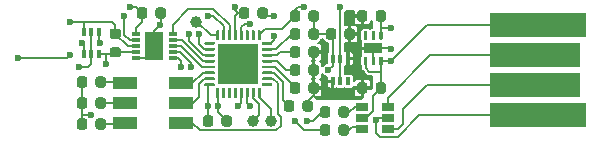
<source format=gbr>
G04 #@! TF.GenerationSoftware,KiCad,Pcbnew,5.1.6-c6e7f7d~86~ubuntu20.04.1*
G04 #@! TF.CreationDate,2020-07-10T15:34:55+05:00*
G04 #@! TF.ProjectId,Main,4d61696e-2e6b-4696-9361-645f70636258,rev?*
G04 #@! TF.SameCoordinates,Original*
G04 #@! TF.FileFunction,Copper,L1,Top*
G04 #@! TF.FilePolarity,Positive*
%FSLAX46Y46*%
G04 Gerber Fmt 4.6, Leading zero omitted, Abs format (unit mm)*
G04 Created by KiCad (PCBNEW 5.1.6-c6e7f7d~86~ubuntu20.04.1) date 2020-07-10 15:34:55*
%MOMM*%
%LPD*%
G01*
G04 APERTURE LIST*
G04 #@! TA.AperFunction,SMDPad,CuDef*
%ADD10R,1.550000X2.480000*%
G04 #@! TD*
G04 #@! TA.AperFunction,SMDPad,CuDef*
%ADD11R,0.650000X0.300000*%
G04 #@! TD*
G04 #@! TA.AperFunction,SMDPad,CuDef*
%ADD12R,1.500000X0.900000*%
G04 #@! TD*
G04 #@! TA.AperFunction,SMDPad,CuDef*
%ADD13R,3.450000X3.450000*%
G04 #@! TD*
G04 #@! TA.AperFunction,SMDPad,CuDef*
%ADD14R,1.060000X0.650000*%
G04 #@! TD*
G04 #@! TA.AperFunction,SMDPad,CuDef*
%ADD15C,1.000000*%
G04 #@! TD*
G04 #@! TA.AperFunction,SMDPad,CuDef*
%ADD16R,7.600000X2.000000*%
G04 #@! TD*
G04 #@! TA.AperFunction,SMDPad,CuDef*
%ADD17R,8.200000X2.000000*%
G04 #@! TD*
G04 #@! TA.AperFunction,SMDPad,CuDef*
%ADD18R,0.400000X0.650000*%
G04 #@! TD*
G04 #@! TA.AperFunction,SMDPad,CuDef*
%ADD19R,2.000000X1.100000*%
G04 #@! TD*
G04 #@! TA.AperFunction,ViaPad*
%ADD20C,0.600000*%
G04 #@! TD*
G04 #@! TA.AperFunction,Conductor*
%ADD21C,0.200000*%
G04 #@! TD*
G04 APERTURE END LIST*
G04 #@! TA.AperFunction,SMDPad,CuDef*
G36*
G01*
X167137500Y-96771750D02*
X167137500Y-97284250D01*
G75*
G02*
X166918750Y-97503000I-218750J0D01*
G01*
X166481250Y-97503000D01*
G75*
G02*
X166262500Y-97284250I0J218750D01*
G01*
X166262500Y-96771750D01*
G75*
G02*
X166481250Y-96553000I218750J0D01*
G01*
X166918750Y-96553000D01*
G75*
G02*
X167137500Y-96771750I0J-218750D01*
G01*
G37*
G04 #@! TD.AperFunction*
G04 #@! TA.AperFunction,SMDPad,CuDef*
G36*
G01*
X168712500Y-96771750D02*
X168712500Y-97284250D01*
G75*
G02*
X168493750Y-97503000I-218750J0D01*
G01*
X168056250Y-97503000D01*
G75*
G02*
X167837500Y-97284250I0J218750D01*
G01*
X167837500Y-96771750D01*
G75*
G02*
X168056250Y-96553000I218750J0D01*
G01*
X168493750Y-96553000D01*
G75*
G02*
X168712500Y-96771750I0J-218750D01*
G01*
G37*
G04 #@! TD.AperFunction*
D10*
X149098000Y-99568000D03*
D11*
X150648000Y-98568000D03*
X150648000Y-99068000D03*
X150648000Y-99568000D03*
X150648000Y-100068000D03*
X150648000Y-100568000D03*
X147548000Y-100568000D03*
X147548000Y-100068000D03*
X147548000Y-99568000D03*
X147548000Y-99068000D03*
X147548000Y-98568000D03*
G04 #@! TA.AperFunction,SMDPad,CuDef*
G36*
G01*
X161448000Y-99819750D02*
X161448000Y-100332250D01*
G75*
G02*
X161229250Y-100551000I-218750J0D01*
G01*
X160791750Y-100551000D01*
G75*
G02*
X160573000Y-100332250I0J218750D01*
G01*
X160573000Y-99819750D01*
G75*
G02*
X160791750Y-99601000I218750J0D01*
G01*
X161229250Y-99601000D01*
G75*
G02*
X161448000Y-99819750I0J-218750D01*
G01*
G37*
G04 #@! TD.AperFunction*
G04 #@! TA.AperFunction,SMDPad,CuDef*
G36*
G01*
X163023000Y-99819750D02*
X163023000Y-100332250D01*
G75*
G02*
X162804250Y-100551000I-218750J0D01*
G01*
X162366750Y-100551000D01*
G75*
G02*
X162148000Y-100332250I0J218750D01*
G01*
X162148000Y-99819750D01*
G75*
G02*
X162366750Y-99601000I218750J0D01*
G01*
X162804250Y-99601000D01*
G75*
G02*
X163023000Y-99819750I0J-218750D01*
G01*
G37*
G04 #@! TD.AperFunction*
G04 #@! TA.AperFunction,SMDPad,CuDef*
G36*
G01*
X161448000Y-101343750D02*
X161448000Y-101856250D01*
G75*
G02*
X161229250Y-102075000I-218750J0D01*
G01*
X160791750Y-102075000D01*
G75*
G02*
X160573000Y-101856250I0J218750D01*
G01*
X160573000Y-101343750D01*
G75*
G02*
X160791750Y-101125000I218750J0D01*
G01*
X161229250Y-101125000D01*
G75*
G02*
X161448000Y-101343750I0J-218750D01*
G01*
G37*
G04 #@! TD.AperFunction*
G04 #@! TA.AperFunction,SMDPad,CuDef*
G36*
G01*
X163023000Y-101343750D02*
X163023000Y-101856250D01*
G75*
G02*
X162804250Y-102075000I-218750J0D01*
G01*
X162366750Y-102075000D01*
G75*
G02*
X162148000Y-101856250I0J218750D01*
G01*
X162148000Y-101343750D01*
G75*
G02*
X162366750Y-101125000I218750J0D01*
G01*
X162804250Y-101125000D01*
G75*
G02*
X163023000Y-101343750I0J-218750D01*
G01*
G37*
G04 #@! TD.AperFunction*
G04 #@! TA.AperFunction,SMDPad,CuDef*
G36*
G01*
X161448000Y-102867750D02*
X161448000Y-103380250D01*
G75*
G02*
X161229250Y-103599000I-218750J0D01*
G01*
X160791750Y-103599000D01*
G75*
G02*
X160573000Y-103380250I0J218750D01*
G01*
X160573000Y-102867750D01*
G75*
G02*
X160791750Y-102649000I218750J0D01*
G01*
X161229250Y-102649000D01*
G75*
G02*
X161448000Y-102867750I0J-218750D01*
G01*
G37*
G04 #@! TD.AperFunction*
G04 #@! TA.AperFunction,SMDPad,CuDef*
G36*
G01*
X163023000Y-102867750D02*
X163023000Y-103380250D01*
G75*
G02*
X162804250Y-103599000I-218750J0D01*
G01*
X162366750Y-103599000D01*
G75*
G02*
X162148000Y-103380250I0J218750D01*
G01*
X162148000Y-102867750D01*
G75*
G02*
X162366750Y-102649000I218750J0D01*
G01*
X162804250Y-102649000D01*
G75*
G02*
X163023000Y-102867750I0J-218750D01*
G01*
G37*
G04 #@! TD.AperFunction*
G04 #@! TA.AperFunction,SMDPad,CuDef*
G36*
G01*
X160940000Y-104391750D02*
X160940000Y-104904250D01*
G75*
G02*
X160721250Y-105123000I-218750J0D01*
G01*
X160283750Y-105123000D01*
G75*
G02*
X160065000Y-104904250I0J218750D01*
G01*
X160065000Y-104391750D01*
G75*
G02*
X160283750Y-104173000I218750J0D01*
G01*
X160721250Y-104173000D01*
G75*
G02*
X160940000Y-104391750I0J-218750D01*
G01*
G37*
G04 #@! TD.AperFunction*
G04 #@! TA.AperFunction,SMDPad,CuDef*
G36*
G01*
X162515000Y-104391750D02*
X162515000Y-104904250D01*
G75*
G02*
X162296250Y-105123000I-218750J0D01*
G01*
X161858750Y-105123000D01*
G75*
G02*
X161640000Y-104904250I0J218750D01*
G01*
X161640000Y-104391750D01*
G75*
G02*
X161858750Y-104173000I218750J0D01*
G01*
X162296250Y-104173000D01*
G75*
G02*
X162515000Y-104391750I0J-218750D01*
G01*
G37*
G04 #@! TD.AperFunction*
G04 #@! TA.AperFunction,SMDPad,CuDef*
G36*
G01*
X167065000Y-101213000D02*
X166915000Y-101213000D01*
G75*
G02*
X166840000Y-101138000I0J75000D01*
G01*
X166840000Y-100538000D01*
G75*
G02*
X166915000Y-100463000I75000J0D01*
G01*
X167065000Y-100463000D01*
G75*
G02*
X167140000Y-100538000I0J-75000D01*
G01*
X167140000Y-101138000D01*
G75*
G02*
X167065000Y-101213000I-75000J0D01*
G01*
G37*
G04 #@! TD.AperFunction*
D12*
X167640000Y-99758500D03*
G04 #@! TA.AperFunction,SMDPad,CuDef*
G36*
G01*
X168365000Y-99054000D02*
X168215000Y-99054000D01*
G75*
G02*
X168140000Y-98979000I0J75000D01*
G01*
X168140000Y-98379000D01*
G75*
G02*
X168215000Y-98304000I75000J0D01*
G01*
X168365000Y-98304000D01*
G75*
G02*
X168440000Y-98379000I0J-75000D01*
G01*
X168440000Y-98979000D01*
G75*
G02*
X168365000Y-99054000I-75000J0D01*
G01*
G37*
G04 #@! TD.AperFunction*
G04 #@! TA.AperFunction,SMDPad,CuDef*
G36*
G01*
X167715000Y-101213000D02*
X167565000Y-101213000D01*
G75*
G02*
X167490000Y-101138000I0J75000D01*
G01*
X167490000Y-100538000D01*
G75*
G02*
X167565000Y-100463000I75000J0D01*
G01*
X167715000Y-100463000D01*
G75*
G02*
X167790000Y-100538000I0J-75000D01*
G01*
X167790000Y-101138000D01*
G75*
G02*
X167715000Y-101213000I-75000J0D01*
G01*
G37*
G04 #@! TD.AperFunction*
G04 #@! TA.AperFunction,SMDPad,CuDef*
G36*
G01*
X167065000Y-99054000D02*
X166915000Y-99054000D01*
G75*
G02*
X166840000Y-98979000I0J75000D01*
G01*
X166840000Y-98379000D01*
G75*
G02*
X166915000Y-98304000I75000J0D01*
G01*
X167065000Y-98304000D01*
G75*
G02*
X167140000Y-98379000I0J-75000D01*
G01*
X167140000Y-98979000D01*
G75*
G02*
X167065000Y-99054000I-75000J0D01*
G01*
G37*
G04 #@! TD.AperFunction*
G04 #@! TA.AperFunction,SMDPad,CuDef*
G36*
G01*
X167715000Y-99054000D02*
X167565000Y-99054000D01*
G75*
G02*
X167490000Y-98979000I0J75000D01*
G01*
X167490000Y-98379000D01*
G75*
G02*
X167565000Y-98304000I75000J0D01*
G01*
X167715000Y-98304000D01*
G75*
G02*
X167790000Y-98379000I0J-75000D01*
G01*
X167790000Y-98979000D01*
G75*
G02*
X167715000Y-99054000I-75000J0D01*
G01*
G37*
G04 #@! TD.AperFunction*
G04 #@! TA.AperFunction,SMDPad,CuDef*
G36*
G01*
X168365000Y-101213000D02*
X168215000Y-101213000D01*
G75*
G02*
X168140000Y-101138000I0J75000D01*
G01*
X168140000Y-100538000D01*
G75*
G02*
X168215000Y-100463000I75000J0D01*
G01*
X168365000Y-100463000D01*
G75*
G02*
X168440000Y-100538000I0J-75000D01*
G01*
X168440000Y-101138000D01*
G75*
G02*
X168365000Y-101213000I-75000J0D01*
G01*
G37*
G04 #@! TD.AperFunction*
D13*
X156210000Y-101092000D03*
G04 #@! TA.AperFunction,SMDPad,CuDef*
G36*
G01*
X158272500Y-99217000D02*
X159022500Y-99217000D01*
G75*
G02*
X159085000Y-99279500I0J-62500D01*
G01*
X159085000Y-99404500D01*
G75*
G02*
X159022500Y-99467000I-62500J0D01*
G01*
X158272500Y-99467000D01*
G75*
G02*
X158210000Y-99404500I0J62500D01*
G01*
X158210000Y-99279500D01*
G75*
G02*
X158272500Y-99217000I62500J0D01*
G01*
G37*
G04 #@! TD.AperFunction*
G04 #@! TA.AperFunction,SMDPad,CuDef*
G36*
G01*
X158272500Y-99717000D02*
X159022500Y-99717000D01*
G75*
G02*
X159085000Y-99779500I0J-62500D01*
G01*
X159085000Y-99904500D01*
G75*
G02*
X159022500Y-99967000I-62500J0D01*
G01*
X158272500Y-99967000D01*
G75*
G02*
X158210000Y-99904500I0J62500D01*
G01*
X158210000Y-99779500D01*
G75*
G02*
X158272500Y-99717000I62500J0D01*
G01*
G37*
G04 #@! TD.AperFunction*
G04 #@! TA.AperFunction,SMDPad,CuDef*
G36*
G01*
X158272500Y-100217000D02*
X159022500Y-100217000D01*
G75*
G02*
X159085000Y-100279500I0J-62500D01*
G01*
X159085000Y-100404500D01*
G75*
G02*
X159022500Y-100467000I-62500J0D01*
G01*
X158272500Y-100467000D01*
G75*
G02*
X158210000Y-100404500I0J62500D01*
G01*
X158210000Y-100279500D01*
G75*
G02*
X158272500Y-100217000I62500J0D01*
G01*
G37*
G04 #@! TD.AperFunction*
G04 #@! TA.AperFunction,SMDPad,CuDef*
G36*
G01*
X158272500Y-100717000D02*
X159022500Y-100717000D01*
G75*
G02*
X159085000Y-100779500I0J-62500D01*
G01*
X159085000Y-100904500D01*
G75*
G02*
X159022500Y-100967000I-62500J0D01*
G01*
X158272500Y-100967000D01*
G75*
G02*
X158210000Y-100904500I0J62500D01*
G01*
X158210000Y-100779500D01*
G75*
G02*
X158272500Y-100717000I62500J0D01*
G01*
G37*
G04 #@! TD.AperFunction*
G04 #@! TA.AperFunction,SMDPad,CuDef*
G36*
G01*
X158272500Y-101217000D02*
X159022500Y-101217000D01*
G75*
G02*
X159085000Y-101279500I0J-62500D01*
G01*
X159085000Y-101404500D01*
G75*
G02*
X159022500Y-101467000I-62500J0D01*
G01*
X158272500Y-101467000D01*
G75*
G02*
X158210000Y-101404500I0J62500D01*
G01*
X158210000Y-101279500D01*
G75*
G02*
X158272500Y-101217000I62500J0D01*
G01*
G37*
G04 #@! TD.AperFunction*
G04 #@! TA.AperFunction,SMDPad,CuDef*
G36*
G01*
X158272500Y-101717000D02*
X159022500Y-101717000D01*
G75*
G02*
X159085000Y-101779500I0J-62500D01*
G01*
X159085000Y-101904500D01*
G75*
G02*
X159022500Y-101967000I-62500J0D01*
G01*
X158272500Y-101967000D01*
G75*
G02*
X158210000Y-101904500I0J62500D01*
G01*
X158210000Y-101779500D01*
G75*
G02*
X158272500Y-101717000I62500J0D01*
G01*
G37*
G04 #@! TD.AperFunction*
G04 #@! TA.AperFunction,SMDPad,CuDef*
G36*
G01*
X158272500Y-102217000D02*
X159022500Y-102217000D01*
G75*
G02*
X159085000Y-102279500I0J-62500D01*
G01*
X159085000Y-102404500D01*
G75*
G02*
X159022500Y-102467000I-62500J0D01*
G01*
X158272500Y-102467000D01*
G75*
G02*
X158210000Y-102404500I0J62500D01*
G01*
X158210000Y-102279500D01*
G75*
G02*
X158272500Y-102217000I62500J0D01*
G01*
G37*
G04 #@! TD.AperFunction*
G04 #@! TA.AperFunction,SMDPad,CuDef*
G36*
G01*
X158272500Y-102717000D02*
X159022500Y-102717000D01*
G75*
G02*
X159085000Y-102779500I0J-62500D01*
G01*
X159085000Y-102904500D01*
G75*
G02*
X159022500Y-102967000I-62500J0D01*
G01*
X158272500Y-102967000D01*
G75*
G02*
X158210000Y-102904500I0J62500D01*
G01*
X158210000Y-102779500D01*
G75*
G02*
X158272500Y-102717000I62500J0D01*
G01*
G37*
G04 #@! TD.AperFunction*
G04 #@! TA.AperFunction,SMDPad,CuDef*
G36*
G01*
X157897500Y-103092000D02*
X158022500Y-103092000D01*
G75*
G02*
X158085000Y-103154500I0J-62500D01*
G01*
X158085000Y-103904500D01*
G75*
G02*
X158022500Y-103967000I-62500J0D01*
G01*
X157897500Y-103967000D01*
G75*
G02*
X157835000Y-103904500I0J62500D01*
G01*
X157835000Y-103154500D01*
G75*
G02*
X157897500Y-103092000I62500J0D01*
G01*
G37*
G04 #@! TD.AperFunction*
G04 #@! TA.AperFunction,SMDPad,CuDef*
G36*
G01*
X157397500Y-103092000D02*
X157522500Y-103092000D01*
G75*
G02*
X157585000Y-103154500I0J-62500D01*
G01*
X157585000Y-103904500D01*
G75*
G02*
X157522500Y-103967000I-62500J0D01*
G01*
X157397500Y-103967000D01*
G75*
G02*
X157335000Y-103904500I0J62500D01*
G01*
X157335000Y-103154500D01*
G75*
G02*
X157397500Y-103092000I62500J0D01*
G01*
G37*
G04 #@! TD.AperFunction*
G04 #@! TA.AperFunction,SMDPad,CuDef*
G36*
G01*
X156897500Y-103092000D02*
X157022500Y-103092000D01*
G75*
G02*
X157085000Y-103154500I0J-62500D01*
G01*
X157085000Y-103904500D01*
G75*
G02*
X157022500Y-103967000I-62500J0D01*
G01*
X156897500Y-103967000D01*
G75*
G02*
X156835000Y-103904500I0J62500D01*
G01*
X156835000Y-103154500D01*
G75*
G02*
X156897500Y-103092000I62500J0D01*
G01*
G37*
G04 #@! TD.AperFunction*
G04 #@! TA.AperFunction,SMDPad,CuDef*
G36*
G01*
X156397500Y-103092000D02*
X156522500Y-103092000D01*
G75*
G02*
X156585000Y-103154500I0J-62500D01*
G01*
X156585000Y-103904500D01*
G75*
G02*
X156522500Y-103967000I-62500J0D01*
G01*
X156397500Y-103967000D01*
G75*
G02*
X156335000Y-103904500I0J62500D01*
G01*
X156335000Y-103154500D01*
G75*
G02*
X156397500Y-103092000I62500J0D01*
G01*
G37*
G04 #@! TD.AperFunction*
G04 #@! TA.AperFunction,SMDPad,CuDef*
G36*
G01*
X155897500Y-103092000D02*
X156022500Y-103092000D01*
G75*
G02*
X156085000Y-103154500I0J-62500D01*
G01*
X156085000Y-103904500D01*
G75*
G02*
X156022500Y-103967000I-62500J0D01*
G01*
X155897500Y-103967000D01*
G75*
G02*
X155835000Y-103904500I0J62500D01*
G01*
X155835000Y-103154500D01*
G75*
G02*
X155897500Y-103092000I62500J0D01*
G01*
G37*
G04 #@! TD.AperFunction*
G04 #@! TA.AperFunction,SMDPad,CuDef*
G36*
G01*
X155397500Y-103092000D02*
X155522500Y-103092000D01*
G75*
G02*
X155585000Y-103154500I0J-62500D01*
G01*
X155585000Y-103904500D01*
G75*
G02*
X155522500Y-103967000I-62500J0D01*
G01*
X155397500Y-103967000D01*
G75*
G02*
X155335000Y-103904500I0J62500D01*
G01*
X155335000Y-103154500D01*
G75*
G02*
X155397500Y-103092000I62500J0D01*
G01*
G37*
G04 #@! TD.AperFunction*
G04 #@! TA.AperFunction,SMDPad,CuDef*
G36*
G01*
X154897500Y-103092000D02*
X155022500Y-103092000D01*
G75*
G02*
X155085000Y-103154500I0J-62500D01*
G01*
X155085000Y-103904500D01*
G75*
G02*
X155022500Y-103967000I-62500J0D01*
G01*
X154897500Y-103967000D01*
G75*
G02*
X154835000Y-103904500I0J62500D01*
G01*
X154835000Y-103154500D01*
G75*
G02*
X154897500Y-103092000I62500J0D01*
G01*
G37*
G04 #@! TD.AperFunction*
G04 #@! TA.AperFunction,SMDPad,CuDef*
G36*
G01*
X154397500Y-103092000D02*
X154522500Y-103092000D01*
G75*
G02*
X154585000Y-103154500I0J-62500D01*
G01*
X154585000Y-103904500D01*
G75*
G02*
X154522500Y-103967000I-62500J0D01*
G01*
X154397500Y-103967000D01*
G75*
G02*
X154335000Y-103904500I0J62500D01*
G01*
X154335000Y-103154500D01*
G75*
G02*
X154397500Y-103092000I62500J0D01*
G01*
G37*
G04 #@! TD.AperFunction*
G04 #@! TA.AperFunction,SMDPad,CuDef*
G36*
G01*
X153397500Y-102717000D02*
X154147500Y-102717000D01*
G75*
G02*
X154210000Y-102779500I0J-62500D01*
G01*
X154210000Y-102904500D01*
G75*
G02*
X154147500Y-102967000I-62500J0D01*
G01*
X153397500Y-102967000D01*
G75*
G02*
X153335000Y-102904500I0J62500D01*
G01*
X153335000Y-102779500D01*
G75*
G02*
X153397500Y-102717000I62500J0D01*
G01*
G37*
G04 #@! TD.AperFunction*
G04 #@! TA.AperFunction,SMDPad,CuDef*
G36*
G01*
X153397500Y-102217000D02*
X154147500Y-102217000D01*
G75*
G02*
X154210000Y-102279500I0J-62500D01*
G01*
X154210000Y-102404500D01*
G75*
G02*
X154147500Y-102467000I-62500J0D01*
G01*
X153397500Y-102467000D01*
G75*
G02*
X153335000Y-102404500I0J62500D01*
G01*
X153335000Y-102279500D01*
G75*
G02*
X153397500Y-102217000I62500J0D01*
G01*
G37*
G04 #@! TD.AperFunction*
G04 #@! TA.AperFunction,SMDPad,CuDef*
G36*
G01*
X153397500Y-101717000D02*
X154147500Y-101717000D01*
G75*
G02*
X154210000Y-101779500I0J-62500D01*
G01*
X154210000Y-101904500D01*
G75*
G02*
X154147500Y-101967000I-62500J0D01*
G01*
X153397500Y-101967000D01*
G75*
G02*
X153335000Y-101904500I0J62500D01*
G01*
X153335000Y-101779500D01*
G75*
G02*
X153397500Y-101717000I62500J0D01*
G01*
G37*
G04 #@! TD.AperFunction*
G04 #@! TA.AperFunction,SMDPad,CuDef*
G36*
G01*
X153397500Y-101217000D02*
X154147500Y-101217000D01*
G75*
G02*
X154210000Y-101279500I0J-62500D01*
G01*
X154210000Y-101404500D01*
G75*
G02*
X154147500Y-101467000I-62500J0D01*
G01*
X153397500Y-101467000D01*
G75*
G02*
X153335000Y-101404500I0J62500D01*
G01*
X153335000Y-101279500D01*
G75*
G02*
X153397500Y-101217000I62500J0D01*
G01*
G37*
G04 #@! TD.AperFunction*
G04 #@! TA.AperFunction,SMDPad,CuDef*
G36*
G01*
X153397500Y-100717000D02*
X154147500Y-100717000D01*
G75*
G02*
X154210000Y-100779500I0J-62500D01*
G01*
X154210000Y-100904500D01*
G75*
G02*
X154147500Y-100967000I-62500J0D01*
G01*
X153397500Y-100967000D01*
G75*
G02*
X153335000Y-100904500I0J62500D01*
G01*
X153335000Y-100779500D01*
G75*
G02*
X153397500Y-100717000I62500J0D01*
G01*
G37*
G04 #@! TD.AperFunction*
G04 #@! TA.AperFunction,SMDPad,CuDef*
G36*
G01*
X153397500Y-100217000D02*
X154147500Y-100217000D01*
G75*
G02*
X154210000Y-100279500I0J-62500D01*
G01*
X154210000Y-100404500D01*
G75*
G02*
X154147500Y-100467000I-62500J0D01*
G01*
X153397500Y-100467000D01*
G75*
G02*
X153335000Y-100404500I0J62500D01*
G01*
X153335000Y-100279500D01*
G75*
G02*
X153397500Y-100217000I62500J0D01*
G01*
G37*
G04 #@! TD.AperFunction*
G04 #@! TA.AperFunction,SMDPad,CuDef*
G36*
G01*
X153397500Y-99717000D02*
X154147500Y-99717000D01*
G75*
G02*
X154210000Y-99779500I0J-62500D01*
G01*
X154210000Y-99904500D01*
G75*
G02*
X154147500Y-99967000I-62500J0D01*
G01*
X153397500Y-99967000D01*
G75*
G02*
X153335000Y-99904500I0J62500D01*
G01*
X153335000Y-99779500D01*
G75*
G02*
X153397500Y-99717000I62500J0D01*
G01*
G37*
G04 #@! TD.AperFunction*
G04 #@! TA.AperFunction,SMDPad,CuDef*
G36*
G01*
X153397500Y-99217000D02*
X154147500Y-99217000D01*
G75*
G02*
X154210000Y-99279500I0J-62500D01*
G01*
X154210000Y-99404500D01*
G75*
G02*
X154147500Y-99467000I-62500J0D01*
G01*
X153397500Y-99467000D01*
G75*
G02*
X153335000Y-99404500I0J62500D01*
G01*
X153335000Y-99279500D01*
G75*
G02*
X153397500Y-99217000I62500J0D01*
G01*
G37*
G04 #@! TD.AperFunction*
G04 #@! TA.AperFunction,SMDPad,CuDef*
G36*
G01*
X154397500Y-98217000D02*
X154522500Y-98217000D01*
G75*
G02*
X154585000Y-98279500I0J-62500D01*
G01*
X154585000Y-99029500D01*
G75*
G02*
X154522500Y-99092000I-62500J0D01*
G01*
X154397500Y-99092000D01*
G75*
G02*
X154335000Y-99029500I0J62500D01*
G01*
X154335000Y-98279500D01*
G75*
G02*
X154397500Y-98217000I62500J0D01*
G01*
G37*
G04 #@! TD.AperFunction*
G04 #@! TA.AperFunction,SMDPad,CuDef*
G36*
G01*
X154897500Y-98217000D02*
X155022500Y-98217000D01*
G75*
G02*
X155085000Y-98279500I0J-62500D01*
G01*
X155085000Y-99029500D01*
G75*
G02*
X155022500Y-99092000I-62500J0D01*
G01*
X154897500Y-99092000D01*
G75*
G02*
X154835000Y-99029500I0J62500D01*
G01*
X154835000Y-98279500D01*
G75*
G02*
X154897500Y-98217000I62500J0D01*
G01*
G37*
G04 #@! TD.AperFunction*
G04 #@! TA.AperFunction,SMDPad,CuDef*
G36*
G01*
X155397500Y-98217000D02*
X155522500Y-98217000D01*
G75*
G02*
X155585000Y-98279500I0J-62500D01*
G01*
X155585000Y-99029500D01*
G75*
G02*
X155522500Y-99092000I-62500J0D01*
G01*
X155397500Y-99092000D01*
G75*
G02*
X155335000Y-99029500I0J62500D01*
G01*
X155335000Y-98279500D01*
G75*
G02*
X155397500Y-98217000I62500J0D01*
G01*
G37*
G04 #@! TD.AperFunction*
G04 #@! TA.AperFunction,SMDPad,CuDef*
G36*
G01*
X155897500Y-98217000D02*
X156022500Y-98217000D01*
G75*
G02*
X156085000Y-98279500I0J-62500D01*
G01*
X156085000Y-99029500D01*
G75*
G02*
X156022500Y-99092000I-62500J0D01*
G01*
X155897500Y-99092000D01*
G75*
G02*
X155835000Y-99029500I0J62500D01*
G01*
X155835000Y-98279500D01*
G75*
G02*
X155897500Y-98217000I62500J0D01*
G01*
G37*
G04 #@! TD.AperFunction*
G04 #@! TA.AperFunction,SMDPad,CuDef*
G36*
G01*
X156397500Y-98217000D02*
X156522500Y-98217000D01*
G75*
G02*
X156585000Y-98279500I0J-62500D01*
G01*
X156585000Y-99029500D01*
G75*
G02*
X156522500Y-99092000I-62500J0D01*
G01*
X156397500Y-99092000D01*
G75*
G02*
X156335000Y-99029500I0J62500D01*
G01*
X156335000Y-98279500D01*
G75*
G02*
X156397500Y-98217000I62500J0D01*
G01*
G37*
G04 #@! TD.AperFunction*
G04 #@! TA.AperFunction,SMDPad,CuDef*
G36*
G01*
X156897500Y-98217000D02*
X157022500Y-98217000D01*
G75*
G02*
X157085000Y-98279500I0J-62500D01*
G01*
X157085000Y-99029500D01*
G75*
G02*
X157022500Y-99092000I-62500J0D01*
G01*
X156897500Y-99092000D01*
G75*
G02*
X156835000Y-99029500I0J62500D01*
G01*
X156835000Y-98279500D01*
G75*
G02*
X156897500Y-98217000I62500J0D01*
G01*
G37*
G04 #@! TD.AperFunction*
G04 #@! TA.AperFunction,SMDPad,CuDef*
G36*
G01*
X157397500Y-98217000D02*
X157522500Y-98217000D01*
G75*
G02*
X157585000Y-98279500I0J-62500D01*
G01*
X157585000Y-99029500D01*
G75*
G02*
X157522500Y-99092000I-62500J0D01*
G01*
X157397500Y-99092000D01*
G75*
G02*
X157335000Y-99029500I0J62500D01*
G01*
X157335000Y-98279500D01*
G75*
G02*
X157397500Y-98217000I62500J0D01*
G01*
G37*
G04 #@! TD.AperFunction*
G04 #@! TA.AperFunction,SMDPad,CuDef*
G36*
G01*
X157897500Y-98217000D02*
X158022500Y-98217000D01*
G75*
G02*
X158085000Y-98279500I0J-62500D01*
G01*
X158085000Y-99029500D01*
G75*
G02*
X158022500Y-99092000I-62500J0D01*
G01*
X157897500Y-99092000D01*
G75*
G02*
X157835000Y-99029500I0J62500D01*
G01*
X157835000Y-98279500D01*
G75*
G02*
X157897500Y-98217000I62500J0D01*
G01*
G37*
G04 #@! TD.AperFunction*
D14*
X166667000Y-105664000D03*
X166667000Y-106614000D03*
X166667000Y-104714000D03*
X168867000Y-104714000D03*
X168867000Y-105664000D03*
X168867000Y-106614000D03*
D15*
X159004000Y-105918000D03*
X157480000Y-105918000D03*
X152654000Y-97536000D03*
G04 #@! TA.AperFunction,SMDPad,CuDef*
G36*
G01*
X143414000Y-102359750D02*
X143414000Y-102872250D01*
G75*
G02*
X143195250Y-103091000I-218750J0D01*
G01*
X142757750Y-103091000D01*
G75*
G02*
X142539000Y-102872250I0J218750D01*
G01*
X142539000Y-102359750D01*
G75*
G02*
X142757750Y-102141000I218750J0D01*
G01*
X143195250Y-102141000D01*
G75*
G02*
X143414000Y-102359750I0J-218750D01*
G01*
G37*
G04 #@! TD.AperFunction*
G04 #@! TA.AperFunction,SMDPad,CuDef*
G36*
G01*
X144989000Y-102359750D02*
X144989000Y-102872250D01*
G75*
G02*
X144770250Y-103091000I-218750J0D01*
G01*
X144332750Y-103091000D01*
G75*
G02*
X144114000Y-102872250I0J218750D01*
G01*
X144114000Y-102359750D01*
G75*
G02*
X144332750Y-102141000I218750J0D01*
G01*
X144770250Y-102141000D01*
G75*
G02*
X144989000Y-102359750I0J-218750D01*
G01*
G37*
G04 #@! TD.AperFunction*
G04 #@! TA.AperFunction,SMDPad,CuDef*
G36*
G01*
X165196000Y-98808250D02*
X165196000Y-98295750D01*
G75*
G02*
X165414750Y-98077000I218750J0D01*
G01*
X165852250Y-98077000D01*
G75*
G02*
X166071000Y-98295750I0J-218750D01*
G01*
X166071000Y-98808250D01*
G75*
G02*
X165852250Y-99027000I-218750J0D01*
G01*
X165414750Y-99027000D01*
G75*
G02*
X165196000Y-98808250I0J218750D01*
G01*
G37*
G04 #@! TD.AperFunction*
G04 #@! TA.AperFunction,SMDPad,CuDef*
G36*
G01*
X163621000Y-98808250D02*
X163621000Y-98295750D01*
G75*
G02*
X163839750Y-98077000I218750J0D01*
G01*
X164277250Y-98077000D01*
G75*
G02*
X164496000Y-98295750I0J-218750D01*
G01*
X164496000Y-98808250D01*
G75*
G02*
X164277250Y-99027000I-218750J0D01*
G01*
X163839750Y-99027000D01*
G75*
G02*
X163621000Y-98808250I0J218750D01*
G01*
G37*
G04 #@! TD.AperFunction*
G04 #@! TA.AperFunction,SMDPad,CuDef*
G36*
G01*
X162148000Y-97284250D02*
X162148000Y-96771750D01*
G75*
G02*
X162366750Y-96553000I218750J0D01*
G01*
X162804250Y-96553000D01*
G75*
G02*
X163023000Y-96771750I0J-218750D01*
G01*
X163023000Y-97284250D01*
G75*
G02*
X162804250Y-97503000I-218750J0D01*
G01*
X162366750Y-97503000D01*
G75*
G02*
X162148000Y-97284250I0J218750D01*
G01*
G37*
G04 #@! TD.AperFunction*
G04 #@! TA.AperFunction,SMDPad,CuDef*
G36*
G01*
X160573000Y-97284250D02*
X160573000Y-96771750D01*
G75*
G02*
X160791750Y-96553000I218750J0D01*
G01*
X161229250Y-96553000D01*
G75*
G02*
X161448000Y-96771750I0J-218750D01*
G01*
X161448000Y-97284250D01*
G75*
G02*
X161229250Y-97503000I-218750J0D01*
G01*
X160791750Y-97503000D01*
G75*
G02*
X160573000Y-97284250I0J218750D01*
G01*
G37*
G04 #@! TD.AperFunction*
G04 #@! TA.AperFunction,SMDPad,CuDef*
G36*
G01*
X143414000Y-104137750D02*
X143414000Y-104650250D01*
G75*
G02*
X143195250Y-104869000I-218750J0D01*
G01*
X142757750Y-104869000D01*
G75*
G02*
X142539000Y-104650250I0J218750D01*
G01*
X142539000Y-104137750D01*
G75*
G02*
X142757750Y-103919000I218750J0D01*
G01*
X143195250Y-103919000D01*
G75*
G02*
X143414000Y-104137750I0J-218750D01*
G01*
G37*
G04 #@! TD.AperFunction*
G04 #@! TA.AperFunction,SMDPad,CuDef*
G36*
G01*
X144989000Y-104137750D02*
X144989000Y-104650250D01*
G75*
G02*
X144770250Y-104869000I-218750J0D01*
G01*
X144332750Y-104869000D01*
G75*
G02*
X144114000Y-104650250I0J218750D01*
G01*
X144114000Y-104137750D01*
G75*
G02*
X144332750Y-103919000I218750J0D01*
G01*
X144770250Y-103919000D01*
G75*
G02*
X144989000Y-104137750I0J-218750D01*
G01*
G37*
G04 #@! TD.AperFunction*
G04 #@! TA.AperFunction,SMDPad,CuDef*
G36*
G01*
X162148000Y-98808250D02*
X162148000Y-98295750D01*
G75*
G02*
X162366750Y-98077000I218750J0D01*
G01*
X162804250Y-98077000D01*
G75*
G02*
X163023000Y-98295750I0J-218750D01*
G01*
X163023000Y-98808250D01*
G75*
G02*
X162804250Y-99027000I-218750J0D01*
G01*
X162366750Y-99027000D01*
G75*
G02*
X162148000Y-98808250I0J218750D01*
G01*
G37*
G04 #@! TD.AperFunction*
G04 #@! TA.AperFunction,SMDPad,CuDef*
G36*
G01*
X160573000Y-98808250D02*
X160573000Y-98295750D01*
G75*
G02*
X160791750Y-98077000I218750J0D01*
G01*
X161229250Y-98077000D01*
G75*
G02*
X161448000Y-98295750I0J-218750D01*
G01*
X161448000Y-98808250D01*
G75*
G02*
X161229250Y-99027000I-218750J0D01*
G01*
X160791750Y-99027000D01*
G75*
G02*
X160573000Y-98808250I0J218750D01*
G01*
G37*
G04 #@! TD.AperFunction*
G04 #@! TA.AperFunction,SMDPad,CuDef*
G36*
G01*
X143414000Y-105915750D02*
X143414000Y-106428250D01*
G75*
G02*
X143195250Y-106647000I-218750J0D01*
G01*
X142757750Y-106647000D01*
G75*
G02*
X142539000Y-106428250I0J218750D01*
G01*
X142539000Y-105915750D01*
G75*
G02*
X142757750Y-105697000I218750J0D01*
G01*
X143195250Y-105697000D01*
G75*
G02*
X143414000Y-105915750I0J-218750D01*
G01*
G37*
G04 #@! TD.AperFunction*
G04 #@! TA.AperFunction,SMDPad,CuDef*
G36*
G01*
X144989000Y-105915750D02*
X144989000Y-106428250D01*
G75*
G02*
X144770250Y-106647000I-218750J0D01*
G01*
X144332750Y-106647000D01*
G75*
G02*
X144114000Y-106428250I0J218750D01*
G01*
X144114000Y-105915750D01*
G75*
G02*
X144332750Y-105697000I218750J0D01*
G01*
X144770250Y-105697000D01*
G75*
G02*
X144989000Y-105915750I0J-218750D01*
G01*
G37*
G04 #@! TD.AperFunction*
G04 #@! TA.AperFunction,SMDPad,CuDef*
G36*
G01*
X164688000Y-106936250D02*
X164688000Y-106423750D01*
G75*
G02*
X164906750Y-106205000I218750J0D01*
G01*
X165344250Y-106205000D01*
G75*
G02*
X165563000Y-106423750I0J-218750D01*
G01*
X165563000Y-106936250D01*
G75*
G02*
X165344250Y-107155000I-218750J0D01*
G01*
X164906750Y-107155000D01*
G75*
G02*
X164688000Y-106936250I0J218750D01*
G01*
G37*
G04 #@! TD.AperFunction*
G04 #@! TA.AperFunction,SMDPad,CuDef*
G36*
G01*
X163113000Y-106936250D02*
X163113000Y-106423750D01*
G75*
G02*
X163331750Y-106205000I218750J0D01*
G01*
X163769250Y-106205000D01*
G75*
G02*
X163988000Y-106423750I0J-218750D01*
G01*
X163988000Y-106936250D01*
G75*
G02*
X163769250Y-107155000I-218750J0D01*
G01*
X163331750Y-107155000D01*
G75*
G02*
X163113000Y-106936250I0J218750D01*
G01*
G37*
G04 #@! TD.AperFunction*
G04 #@! TA.AperFunction,SMDPad,CuDef*
G36*
G01*
X164688000Y-105412250D02*
X164688000Y-104899750D01*
G75*
G02*
X164906750Y-104681000I218750J0D01*
G01*
X165344250Y-104681000D01*
G75*
G02*
X165563000Y-104899750I0J-218750D01*
G01*
X165563000Y-105412250D01*
G75*
G02*
X165344250Y-105631000I-218750J0D01*
G01*
X164906750Y-105631000D01*
G75*
G02*
X164688000Y-105412250I0J218750D01*
G01*
G37*
G04 #@! TD.AperFunction*
G04 #@! TA.AperFunction,SMDPad,CuDef*
G36*
G01*
X163113000Y-105412250D02*
X163113000Y-104899750D01*
G75*
G02*
X163331750Y-104681000I218750J0D01*
G01*
X163769250Y-104681000D01*
G75*
G02*
X163988000Y-104899750I0J-218750D01*
G01*
X163988000Y-105412250D01*
G75*
G02*
X163769250Y-105631000I-218750J0D01*
G01*
X163331750Y-105631000D01*
G75*
G02*
X163113000Y-105412250I0J218750D01*
G01*
G37*
G04 #@! TD.AperFunction*
D16*
X181356000Y-100330000D03*
X181356000Y-102870000D03*
D17*
X181610000Y-97790000D03*
X181610000Y-105410000D03*
D18*
X164196000Y-100650000D03*
X165496000Y-100650000D03*
X164846000Y-102550000D03*
X164846000Y-100650000D03*
X165496000Y-102550000D03*
X164196000Y-102550000D03*
D19*
X151371000Y-102694000D03*
X151371000Y-104394000D03*
X151371000Y-106094000D03*
X146571000Y-106094000D03*
X146571000Y-104394000D03*
X146571000Y-102694000D03*
D18*
X144414000Y-98364000D03*
X143114000Y-98364000D03*
X143764000Y-100264000D03*
X143764000Y-98364000D03*
X143114000Y-100264000D03*
X144414000Y-100264000D03*
G04 #@! TA.AperFunction,SMDPad,CuDef*
G36*
G01*
X167137500Y-102867750D02*
X167137500Y-103380250D01*
G75*
G02*
X166918750Y-103599000I-218750J0D01*
G01*
X166481250Y-103599000D01*
G75*
G02*
X166262500Y-103380250I0J218750D01*
G01*
X166262500Y-102867750D01*
G75*
G02*
X166481250Y-102649000I218750J0D01*
G01*
X166918750Y-102649000D01*
G75*
G02*
X167137500Y-102867750I0J-218750D01*
G01*
G37*
G04 #@! TD.AperFunction*
G04 #@! TA.AperFunction,SMDPad,CuDef*
G36*
G01*
X168712500Y-102867750D02*
X168712500Y-103380250D01*
G75*
G02*
X168493750Y-103599000I-218750J0D01*
G01*
X168056250Y-103599000D01*
G75*
G02*
X167837500Y-103380250I0J218750D01*
G01*
X167837500Y-102867750D01*
G75*
G02*
X168056250Y-102649000I218750J0D01*
G01*
X168493750Y-102649000D01*
G75*
G02*
X168712500Y-102867750I0J-218750D01*
G01*
G37*
G04 #@! TD.AperFunction*
G04 #@! TA.AperFunction,SMDPad,CuDef*
G36*
G01*
X149194000Y-97030250D02*
X149194000Y-96517750D01*
G75*
G02*
X149412750Y-96299000I218750J0D01*
G01*
X149850250Y-96299000D01*
G75*
G02*
X150069000Y-96517750I0J-218750D01*
G01*
X150069000Y-97030250D01*
G75*
G02*
X149850250Y-97249000I-218750J0D01*
G01*
X149412750Y-97249000D01*
G75*
G02*
X149194000Y-97030250I0J218750D01*
G01*
G37*
G04 #@! TD.AperFunction*
G04 #@! TA.AperFunction,SMDPad,CuDef*
G36*
G01*
X147619000Y-97030250D02*
X147619000Y-96517750D01*
G75*
G02*
X147837750Y-96299000I218750J0D01*
G01*
X148275250Y-96299000D01*
G75*
G02*
X148494000Y-96517750I0J-218750D01*
G01*
X148494000Y-97030250D01*
G75*
G02*
X148275250Y-97249000I-218750J0D01*
G01*
X147837750Y-97249000D01*
G75*
G02*
X147619000Y-97030250I0J218750D01*
G01*
G37*
G04 #@! TD.AperFunction*
G04 #@! TA.AperFunction,SMDPad,CuDef*
G36*
G01*
X154082000Y-105661750D02*
X154082000Y-106174250D01*
G75*
G02*
X153863250Y-106393000I-218750J0D01*
G01*
X153425750Y-106393000D01*
G75*
G02*
X153207000Y-106174250I0J218750D01*
G01*
X153207000Y-105661750D01*
G75*
G02*
X153425750Y-105443000I218750J0D01*
G01*
X153863250Y-105443000D01*
G75*
G02*
X154082000Y-105661750I0J-218750D01*
G01*
G37*
G04 #@! TD.AperFunction*
G04 #@! TA.AperFunction,SMDPad,CuDef*
G36*
G01*
X155657000Y-105661750D02*
X155657000Y-106174250D01*
G75*
G02*
X155438250Y-106393000I-218750J0D01*
G01*
X155000750Y-106393000D01*
G75*
G02*
X154782000Y-106174250I0J218750D01*
G01*
X154782000Y-105661750D01*
G75*
G02*
X155000750Y-105443000I218750J0D01*
G01*
X155438250Y-105443000D01*
G75*
G02*
X155657000Y-105661750I0J-218750D01*
G01*
G37*
G04 #@! TD.AperFunction*
G04 #@! TA.AperFunction,SMDPad,CuDef*
G36*
G01*
X157830000Y-97030250D02*
X157830000Y-96517750D01*
G75*
G02*
X158048750Y-96299000I218750J0D01*
G01*
X158486250Y-96299000D01*
G75*
G02*
X158705000Y-96517750I0J-218750D01*
G01*
X158705000Y-97030250D01*
G75*
G02*
X158486250Y-97249000I-218750J0D01*
G01*
X158048750Y-97249000D01*
G75*
G02*
X157830000Y-97030250I0J218750D01*
G01*
G37*
G04 #@! TD.AperFunction*
G04 #@! TA.AperFunction,SMDPad,CuDef*
G36*
G01*
X156255000Y-97030250D02*
X156255000Y-96517750D01*
G75*
G02*
X156473750Y-96299000I218750J0D01*
G01*
X156911250Y-96299000D01*
G75*
G02*
X157130000Y-96517750I0J-218750D01*
G01*
X157130000Y-97030250D01*
G75*
G02*
X156911250Y-97249000I-218750J0D01*
G01*
X156473750Y-97249000D01*
G75*
G02*
X156255000Y-97030250I0J218750D01*
G01*
G37*
G04 #@! TD.AperFunction*
G04 #@! TA.AperFunction,SMDPad,CuDef*
G36*
G01*
X145539750Y-99664000D02*
X146052250Y-99664000D01*
G75*
G02*
X146271000Y-99882750I0J-218750D01*
G01*
X146271000Y-100320250D01*
G75*
G02*
X146052250Y-100539000I-218750J0D01*
G01*
X145539750Y-100539000D01*
G75*
G02*
X145321000Y-100320250I0J218750D01*
G01*
X145321000Y-99882750D01*
G75*
G02*
X145539750Y-99664000I218750J0D01*
G01*
G37*
G04 #@! TD.AperFunction*
G04 #@! TA.AperFunction,SMDPad,CuDef*
G36*
G01*
X145539750Y-98089000D02*
X146052250Y-98089000D01*
G75*
G02*
X146271000Y-98307750I0J-218750D01*
G01*
X146271000Y-98745250D01*
G75*
G02*
X146052250Y-98964000I-218750J0D01*
G01*
X145539750Y-98964000D01*
G75*
G02*
X145321000Y-98745250I0J218750D01*
G01*
X145321000Y-98307750D01*
G75*
G02*
X145539750Y-98089000I218750J0D01*
G01*
G37*
G04 #@! TD.AperFunction*
D20*
X141986000Y-97536000D03*
X137541000Y-100584000D03*
X141986000Y-100330000D03*
X145034000Y-101092000D03*
X156210000Y-101092000D03*
X169164000Y-99822000D03*
X159258000Y-98736012D03*
X143002000Y-99314000D03*
X144526000Y-99314000D03*
X153669984Y-104648000D03*
X143764000Y-105410000D03*
X165861980Y-97028000D03*
X159258026Y-97028006D03*
X149605994Y-97790000D03*
X167894000Y-105788990D03*
X164846000Y-96266000D03*
X169163988Y-98044000D03*
X161798000Y-96266000D03*
X154470027Y-104648000D03*
X147066000Y-96266000D03*
X155956000Y-96266000D03*
X169164000Y-100838000D03*
X142748000Y-101346000D03*
X156210000Y-104648000D03*
X162052000Y-105918000D03*
X157226000Y-104648000D03*
X161036000Y-105917996D03*
X152069994Y-98552000D03*
X152184000Y-101345791D03*
X152869997Y-98552000D03*
X151384000Y-101346000D03*
X146558000Y-97028000D03*
X153670000Y-97028000D03*
X157223365Y-97677427D03*
X163830000Y-101600012D03*
D21*
X145829500Y-100068000D02*
X145796000Y-100101500D01*
X147548000Y-100068000D02*
X145829500Y-100068000D01*
X145633500Y-100264000D02*
X145796000Y-100101500D01*
X144414000Y-100264000D02*
X145633500Y-100264000D01*
X145796000Y-97790000D02*
X145542000Y-97536000D01*
X145796000Y-98526500D02*
X145796000Y-97790000D01*
X146837500Y-99568000D02*
X145796000Y-98526500D01*
X147548000Y-99568000D02*
X146837500Y-99568000D01*
X145542000Y-97536000D02*
X143764000Y-97536000D01*
X143114000Y-97648000D02*
X143002000Y-97536000D01*
X143114000Y-98364000D02*
X143114000Y-97648000D01*
X143002000Y-97536000D02*
X141986000Y-97536000D01*
X143764000Y-97536000D02*
X143002000Y-97536000D01*
X141732000Y-100584000D02*
X141986000Y-100330000D01*
X137550000Y-100584000D02*
X141732000Y-100584000D01*
X145034000Y-101092000D02*
X145034000Y-100330000D01*
X167640000Y-100838000D02*
X167640000Y-99758500D01*
X142976500Y-102616000D02*
X142976500Y-104394000D01*
X169100500Y-99758500D02*
X169164000Y-99822000D01*
X167640000Y-99758500D02*
X169100500Y-99758500D01*
X143114000Y-99426000D02*
X143002000Y-99314000D01*
X143114000Y-100264000D02*
X143114000Y-99426000D01*
X144414000Y-99202000D02*
X144526000Y-99314000D01*
X144414000Y-98364000D02*
X144414000Y-99202000D01*
X142976500Y-106172000D02*
X142976500Y-105384500D01*
X142976500Y-105384500D02*
X142976500Y-104394000D01*
X159258000Y-99060000D02*
X159258000Y-98736012D01*
X158976000Y-99342000D02*
X159258000Y-99060000D01*
X158647500Y-99342000D02*
X158976000Y-99342000D01*
X149098000Y-99568000D02*
X149098000Y-100584000D01*
X147564000Y-100584000D02*
X147548000Y-100568000D01*
X149098000Y-100584000D02*
X147564000Y-100584000D01*
X165633500Y-98552000D02*
X165633500Y-97256480D01*
X165633500Y-97256480D02*
X165861980Y-97028000D01*
X165861980Y-97028000D02*
X166700000Y-97028000D01*
X159258020Y-97028000D02*
X159258026Y-97028006D01*
X158521500Y-97028000D02*
X159258020Y-97028000D01*
X158267500Y-96774000D02*
X158521500Y-97028000D01*
X143738500Y-105384500D02*
X143764000Y-105410000D01*
X142976500Y-105384500D02*
X143738500Y-105384500D01*
X149098000Y-99568000D02*
X149098000Y-98297994D01*
X149631500Y-96774000D02*
X149631500Y-97764494D01*
X149098000Y-98297994D02*
X149605994Y-97790000D01*
X149631500Y-97764494D02*
X149605994Y-97790000D01*
X153670000Y-105892500D02*
X153644500Y-105918000D01*
X153670000Y-104648016D02*
X153670000Y-105892500D01*
X153669984Y-104648000D02*
X153670000Y-104648016D01*
X162585500Y-103733500D02*
X162585500Y-103124000D01*
X162077500Y-104241500D02*
X162585500Y-103733500D01*
X162077500Y-104648000D02*
X162077500Y-104241500D01*
X168018990Y-105664000D02*
X167894000Y-105788990D01*
X168867000Y-105664000D02*
X168018990Y-105664000D01*
X169699199Y-107239001D02*
X168199001Y-107239001D01*
X167894000Y-106934000D02*
X167894000Y-105788990D01*
X182880000Y-105410000D02*
X171528200Y-105410000D01*
X171528200Y-105410000D02*
X169699199Y-107239001D01*
X168199001Y-107239001D02*
X167894000Y-106934000D01*
X153670000Y-104647984D02*
X153669984Y-104648000D01*
X153670000Y-102944500D02*
X153670000Y-104647984D01*
X153772500Y-102842000D02*
X153670000Y-102944500D01*
X154460000Y-103529500D02*
X154460000Y-103979668D01*
X164846000Y-100650000D02*
X164846000Y-102550000D01*
X168290000Y-97043000D02*
X168275000Y-97028000D01*
X168290000Y-97932000D02*
X168290000Y-97043000D01*
X168290000Y-98679000D02*
X168290000Y-97932000D01*
X168402000Y-98044000D02*
X169163988Y-98044000D01*
X168290000Y-97932000D02*
X168402000Y-98044000D01*
X154460000Y-104637973D02*
X154470027Y-104648000D01*
X154460000Y-103529500D02*
X154460000Y-104637973D01*
X159902498Y-98136002D02*
X161010500Y-97028000D01*
X158478498Y-98136002D02*
X159902498Y-98136002D01*
X157960000Y-98654500D02*
X158478498Y-98136002D01*
X161010500Y-97028000D02*
X161010500Y-96545500D01*
X161290000Y-96266000D02*
X161798000Y-96266000D01*
X161010500Y-96545500D02*
X161290000Y-96266000D01*
X164846000Y-96266000D02*
X164846000Y-100650000D01*
X147548500Y-96266000D02*
X148056500Y-96774000D01*
X147066000Y-96266000D02*
X147548500Y-96266000D01*
X148056500Y-97561500D02*
X148056500Y-96774000D01*
X147548000Y-98070000D02*
X148056500Y-97561500D01*
X147548000Y-98568000D02*
X147548000Y-98070000D01*
X155219500Y-105918000D02*
X155473500Y-105918000D01*
X154470027Y-105168527D02*
X155219500Y-105918000D01*
X154470027Y-104648000D02*
X154470027Y-105168527D01*
X155956000Y-96520000D02*
X155956000Y-96266000D01*
X156210000Y-96774000D02*
X155956000Y-96520000D01*
X156692500Y-96774000D02*
X156210000Y-96774000D01*
X155960000Y-97024000D02*
X156210000Y-96774000D01*
X155960000Y-98654500D02*
X155960000Y-97024000D01*
X168290000Y-103109000D02*
X168275000Y-103124000D01*
X168290000Y-101966000D02*
X168290000Y-103109000D01*
X168290000Y-100838000D02*
X168290000Y-101966000D01*
X143764000Y-98364000D02*
X143764000Y-100264000D01*
X168290000Y-100838000D02*
X169164000Y-100838000D01*
X167640000Y-103759000D02*
X168275000Y-103124000D01*
X167640000Y-105029000D02*
X167640000Y-103759000D01*
X167005000Y-105664000D02*
X167640000Y-105029000D01*
X166667000Y-105664000D02*
X167005000Y-105664000D01*
X169164000Y-100838000D02*
X172212000Y-97790000D01*
X172212000Y-97790000D02*
X182880000Y-97790000D01*
X167304000Y-101742000D02*
X168290000Y-101742000D01*
X166990000Y-101428000D02*
X167304000Y-101742000D01*
X168290000Y-101742000D02*
X168290000Y-101966000D01*
X166990000Y-100838000D02*
X166990000Y-101428000D01*
X143510000Y-101346000D02*
X142748000Y-101346000D01*
X143764000Y-101092000D02*
X143510000Y-101346000D01*
X143764000Y-100264000D02*
X143764000Y-101092000D01*
X152322000Y-102694000D02*
X151371000Y-102694000D01*
X153174000Y-101842000D02*
X152322000Y-102694000D01*
X153772500Y-101842000D02*
X153174000Y-101842000D01*
X152400000Y-104394000D02*
X151371000Y-104394000D01*
X152908000Y-103886000D02*
X152400000Y-104394000D01*
X152908000Y-102756332D02*
X152908000Y-103886000D01*
X153322332Y-102342000D02*
X152908000Y-102756332D01*
X153772500Y-102342000D02*
X153322332Y-102342000D01*
X159180300Y-102342000D02*
X158647500Y-102342000D01*
X159529930Y-102691630D02*
X159180300Y-102342000D01*
X159529930Y-105291965D02*
X159529930Y-102691630D01*
X159804001Y-105566036D02*
X159529930Y-105291965D01*
X159804001Y-106302001D02*
X159804001Y-105566036D01*
X159388001Y-106718001D02*
X159804001Y-106302001D01*
X152946001Y-106718001D02*
X159388001Y-106718001D01*
X152322000Y-106094000D02*
X152946001Y-106718001D01*
X151371000Y-106094000D02*
X152322000Y-106094000D01*
X146493000Y-106172000D02*
X146571000Y-106094000D01*
X144551500Y-106172000D02*
X146493000Y-106172000D01*
X144551500Y-104394000D02*
X146571000Y-104394000D01*
X146493000Y-102616000D02*
X146571000Y-102694000D01*
X144551500Y-102616000D02*
X146493000Y-102616000D01*
X168867000Y-103929000D02*
X168867000Y-104714000D01*
X172466000Y-100330000D02*
X168867000Y-103929000D01*
X182626000Y-100330000D02*
X172466000Y-100330000D01*
X175578889Y-102870000D02*
X182626000Y-102870000D01*
X172212000Y-102870000D02*
X175578889Y-102870000D01*
X170180000Y-104902000D02*
X172212000Y-102870000D01*
X170180000Y-106192500D02*
X170180000Y-104902000D01*
X169758500Y-106614000D02*
X170180000Y-106192500D01*
X168867000Y-106614000D02*
X169758500Y-106614000D01*
X160020000Y-104165500D02*
X160502500Y-104648000D01*
X160020000Y-102616000D02*
X160020000Y-104165500D01*
X159246000Y-101842000D02*
X160020000Y-102616000D01*
X158647500Y-101842000D02*
X159246000Y-101842000D01*
X161010500Y-103040800D02*
X161010500Y-103124000D01*
X158647500Y-101342000D02*
X159311700Y-101342000D01*
X159311700Y-101342000D02*
X161010500Y-103040800D01*
X160267625Y-101600000D02*
X161010500Y-101600000D01*
X159509625Y-100842000D02*
X160267625Y-101600000D01*
X158647500Y-100842000D02*
X159509625Y-100842000D01*
X159766000Y-100076000D02*
X161010500Y-100076000D01*
X159500000Y-100342000D02*
X159766000Y-100076000D01*
X158647500Y-100342000D02*
X159500000Y-100342000D01*
X165608000Y-105156000D02*
X165125500Y-105156000D01*
X166050000Y-104714000D02*
X165608000Y-105156000D01*
X166667000Y-104714000D02*
X166050000Y-104714000D01*
X156460000Y-104398000D02*
X156210000Y-104648000D01*
X156460000Y-103529500D02*
X156460000Y-104398000D01*
X162560000Y-105918000D02*
X162052000Y-105918000D01*
X163322000Y-105156000D02*
X162560000Y-105918000D01*
X163550500Y-105156000D02*
X163322000Y-105156000D01*
X166479000Y-106426000D02*
X166667000Y-106614000D01*
X165862000Y-106426000D02*
X166479000Y-106426000D01*
X165608000Y-106680000D02*
X165862000Y-106426000D01*
X165125500Y-106680000D02*
X165608000Y-106680000D01*
X156960000Y-103529500D02*
X156960000Y-104382000D01*
X156960000Y-104382000D02*
X157226000Y-104648000D01*
X163550500Y-106680000D02*
X161798004Y-106680000D01*
X161798004Y-106680000D02*
X161036000Y-105917996D01*
X158647500Y-99842000D02*
X159434300Y-99842000D01*
X159434300Y-99842000D02*
X160724300Y-98552000D01*
X160724300Y-98552000D02*
X161010500Y-98552000D01*
X153860499Y-98654500D02*
X154460000Y-98654500D01*
X152741999Y-97536000D02*
X153860499Y-98654500D01*
X152654000Y-97536000D02*
X152741999Y-97536000D01*
X157979999Y-104499667D02*
X157460000Y-103979668D01*
X157979999Y-105418001D02*
X157979999Y-104499667D01*
X157460000Y-103979668D02*
X157460000Y-103529500D01*
X157480000Y-105918000D02*
X157979999Y-105418001D01*
X159004000Y-104902000D02*
X159004000Y-105918000D01*
X157960000Y-103858000D02*
X159004000Y-104902000D01*
X157960000Y-103529500D02*
X157960000Y-103858000D01*
X155460000Y-97802000D02*
X155460000Y-98654500D01*
X154085998Y-96427998D02*
X155460000Y-97802000D01*
X151984002Y-96427998D02*
X154085998Y-96427998D01*
X150648000Y-97764000D02*
X151984002Y-96427998D01*
X150648000Y-98568000D02*
X150648000Y-97764000D01*
X153190934Y-100842000D02*
X151416934Y-99068000D01*
X151416934Y-99068000D02*
X150648000Y-99068000D01*
X153772500Y-100842000D02*
X153190934Y-100842000D01*
X151351236Y-99568000D02*
X153125236Y-101342000D01*
X150648000Y-99568000D02*
X151351236Y-99568000D01*
X153125236Y-101342000D02*
X153772500Y-101342000D01*
X152069994Y-99155360D02*
X152069994Y-98552000D01*
X153256634Y-100342000D02*
X152069994Y-99155360D01*
X153772500Y-100342000D02*
X153256634Y-100342000D01*
X151248004Y-100068000D02*
X152184000Y-101003996D01*
X150648000Y-100068000D02*
X151248004Y-100068000D01*
X152184000Y-101003996D02*
X152184000Y-101345791D01*
X153322334Y-99842000D02*
X152869997Y-99389663D01*
X152869997Y-99389663D02*
X152869997Y-98552000D01*
X153772500Y-99842000D02*
X153322334Y-99842000D01*
X151384000Y-100838000D02*
X151384000Y-101346000D01*
X151114000Y-100568000D02*
X151384000Y-100838000D01*
X150648000Y-100568000D02*
X151114000Y-100568000D01*
X154094264Y-97028000D02*
X153670000Y-97028000D01*
X154960000Y-97893736D02*
X154094264Y-97028000D01*
X154960000Y-98654500D02*
X154960000Y-97893736D01*
X146558000Y-98603000D02*
X146558000Y-97028000D01*
X147023000Y-99068000D02*
X146558000Y-98603000D01*
X147548000Y-99068000D02*
X147023000Y-99068000D01*
X156781739Y-97677427D02*
X157223365Y-97677427D01*
X156460000Y-97999166D02*
X156781739Y-97677427D01*
X156460000Y-98654500D02*
X156460000Y-97999166D01*
X164196000Y-98689500D02*
X164058500Y-98552000D01*
X164196000Y-100650000D02*
X164196000Y-98689500D01*
X164058500Y-98552000D02*
X162585500Y-98552000D01*
X162585500Y-98552000D02*
X162585500Y-97028000D01*
X164196000Y-100650000D02*
X164196000Y-101234012D01*
X164196000Y-101234012D02*
X163830000Y-101600012D01*
G36*
X165962500Y-96903000D02*
G01*
X166037500Y-96978000D01*
X166650000Y-96978000D01*
X166650000Y-96958000D01*
X166750000Y-96958000D01*
X166750000Y-96978000D01*
X166770000Y-96978000D01*
X166770000Y-97078000D01*
X166750000Y-97078000D01*
X166750000Y-97728000D01*
X166825000Y-97803000D01*
X167137500Y-97804452D01*
X167196310Y-97798660D01*
X167252861Y-97781505D01*
X167304978Y-97753648D01*
X167350659Y-97716159D01*
X167388148Y-97670478D01*
X167416005Y-97618361D01*
X167433160Y-97561810D01*
X167438952Y-97503000D01*
X167438774Y-97460196D01*
X167540000Y-97561422D01*
X167540000Y-98005011D01*
X167491558Y-98009782D01*
X167420938Y-98031205D01*
X167355855Y-98065992D01*
X167315000Y-98099521D01*
X167274145Y-98065992D01*
X167209062Y-98031205D01*
X167138442Y-98009782D01*
X167065000Y-98002549D01*
X166915000Y-98002549D01*
X166841558Y-98009782D01*
X166770938Y-98031205D01*
X166705855Y-98065992D01*
X166648809Y-98112809D01*
X166601992Y-98169855D01*
X166567205Y-98234938D01*
X166545782Y-98305558D01*
X166538549Y-98379000D01*
X166538549Y-98979000D01*
X166545782Y-99052442D01*
X166567205Y-99123062D01*
X166601992Y-99188145D01*
X166610036Y-99197947D01*
X166594340Y-99249690D01*
X166588548Y-99308500D01*
X166590000Y-99633500D01*
X166665000Y-99708500D01*
X167540000Y-99708500D01*
X167540000Y-99808500D01*
X166665000Y-99808500D01*
X166590000Y-99883500D01*
X166588548Y-100208500D01*
X166594340Y-100267310D01*
X166610036Y-100319053D01*
X166601992Y-100328855D01*
X166567205Y-100393938D01*
X166545782Y-100464558D01*
X166538549Y-100538000D01*
X166538549Y-101138000D01*
X166545782Y-101211442D01*
X166567205Y-101282062D01*
X166590001Y-101324711D01*
X166590001Y-101408344D01*
X166588065Y-101428000D01*
X166595788Y-101506413D01*
X166618661Y-101581814D01*
X166655803Y-101651302D01*
X166693265Y-101696950D01*
X166693268Y-101696953D01*
X166705790Y-101712211D01*
X166721047Y-101724732D01*
X167007267Y-102010953D01*
X167019789Y-102026211D01*
X167035047Y-102038733D01*
X167035049Y-102038735D01*
X167068347Y-102066062D01*
X167080697Y-102076197D01*
X167150186Y-102113340D01*
X167225586Y-102136212D01*
X167284353Y-102142000D01*
X167284355Y-102142000D01*
X167303999Y-102143935D01*
X167323643Y-102142000D01*
X167540000Y-102142000D01*
X167540000Y-102827637D01*
X167536049Y-102867750D01*
X167536049Y-103102529D01*
X167413539Y-103225039D01*
X167362500Y-103174000D01*
X166750000Y-103174000D01*
X166750000Y-103824000D01*
X166782289Y-103856289D01*
X166598578Y-104040000D01*
X162839422Y-104040000D01*
X162635502Y-103836080D01*
X162635502Y-103824002D01*
X162710500Y-103899000D01*
X163023000Y-103900452D01*
X163081810Y-103894660D01*
X163138361Y-103877505D01*
X163190478Y-103849648D01*
X163236159Y-103812159D01*
X163273648Y-103766478D01*
X163301505Y-103714361D01*
X163318660Y-103657810D01*
X163324452Y-103599000D01*
X165961048Y-103599000D01*
X165966840Y-103657810D01*
X165983995Y-103714361D01*
X166011852Y-103766478D01*
X166049341Y-103812159D01*
X166095022Y-103849648D01*
X166147139Y-103877505D01*
X166203690Y-103894660D01*
X166262500Y-103900452D01*
X166575000Y-103899000D01*
X166650000Y-103824000D01*
X166650000Y-103174000D01*
X166037500Y-103174000D01*
X165962500Y-103249000D01*
X165961048Y-103599000D01*
X163324452Y-103599000D01*
X163323000Y-103249000D01*
X163248000Y-103174000D01*
X162635500Y-103174000D01*
X162635500Y-103194000D01*
X162535500Y-103194000D01*
X162535500Y-103174000D01*
X162515500Y-103174000D01*
X162515500Y-103074000D01*
X162535500Y-103074000D01*
X162535500Y-102424000D01*
X162473500Y-102362000D01*
X162535500Y-102300000D01*
X162535500Y-101650000D01*
X162515500Y-101650000D01*
X162515500Y-101550000D01*
X162535500Y-101550000D01*
X162535500Y-100900000D01*
X162473500Y-100838000D01*
X162535500Y-100776000D01*
X162535500Y-100126000D01*
X162515500Y-100126000D01*
X162515500Y-100026000D01*
X162535500Y-100026000D01*
X162535500Y-100006000D01*
X162635500Y-100006000D01*
X162635500Y-100026000D01*
X163248000Y-100026000D01*
X163323000Y-99951000D01*
X163324452Y-99601000D01*
X163318660Y-99542190D01*
X163301505Y-99485639D01*
X163273648Y-99433522D01*
X163236159Y-99387841D01*
X163190478Y-99350352D01*
X163138361Y-99322495D01*
X163081810Y-99305340D01*
X163023000Y-99299548D01*
X162967210Y-99299807D01*
X163003322Y-99288853D01*
X163093258Y-99240781D01*
X163172088Y-99176088D01*
X163236781Y-99097258D01*
X163284853Y-99007322D01*
X163301635Y-98952000D01*
X163342365Y-98952000D01*
X163359147Y-99007322D01*
X163407219Y-99097258D01*
X163471912Y-99176088D01*
X163550742Y-99240781D01*
X163640678Y-99288853D01*
X163738264Y-99318455D01*
X163796001Y-99324142D01*
X163796000Y-100101043D01*
X163782842Y-100111842D01*
X163745353Y-100157523D01*
X163717496Y-100209640D01*
X163700341Y-100266190D01*
X163694549Y-100325000D01*
X163694549Y-100975000D01*
X163698432Y-101014428D01*
X163654986Y-101023070D01*
X163545793Y-101068299D01*
X163447522Y-101133962D01*
X163363950Y-101217534D01*
X163323819Y-101277594D01*
X163324452Y-101125000D01*
X163318660Y-101066190D01*
X163301505Y-101009639D01*
X163273648Y-100957522D01*
X163236159Y-100911841D01*
X163190478Y-100874352D01*
X163138361Y-100846495D01*
X163110357Y-100838000D01*
X163138361Y-100829505D01*
X163190478Y-100801648D01*
X163236159Y-100764159D01*
X163273648Y-100718478D01*
X163301505Y-100666361D01*
X163318660Y-100609810D01*
X163324452Y-100551000D01*
X163323000Y-100201000D01*
X163248000Y-100126000D01*
X162635500Y-100126000D01*
X162635500Y-100776000D01*
X162697500Y-100838000D01*
X162635500Y-100900000D01*
X162635500Y-101550000D01*
X162655500Y-101550000D01*
X162655500Y-101650000D01*
X162635500Y-101650000D01*
X162635500Y-102300000D01*
X162697500Y-102362000D01*
X162635500Y-102424000D01*
X162635500Y-103074000D01*
X163248000Y-103074000D01*
X163323000Y-102999000D01*
X163323514Y-102875000D01*
X163694548Y-102875000D01*
X163700340Y-102933810D01*
X163717495Y-102990361D01*
X163745352Y-103042478D01*
X163782841Y-103088159D01*
X163828522Y-103125648D01*
X163880639Y-103153505D01*
X163937190Y-103170660D01*
X163996000Y-103176452D01*
X164071000Y-103175000D01*
X164146000Y-103100000D01*
X164146000Y-102600000D01*
X163771000Y-102600000D01*
X163696000Y-102675000D01*
X163694548Y-102875000D01*
X163323514Y-102875000D01*
X163324452Y-102649000D01*
X163318660Y-102590190D01*
X163301505Y-102533639D01*
X163273648Y-102481522D01*
X163236159Y-102435841D01*
X163190478Y-102398352D01*
X163138361Y-102370495D01*
X163110357Y-102362000D01*
X163138361Y-102353505D01*
X163190478Y-102325648D01*
X163236159Y-102288159D01*
X163273648Y-102242478D01*
X163301505Y-102190361D01*
X163318660Y-102133810D01*
X163324452Y-102075000D01*
X163323819Y-101922430D01*
X163363950Y-101982490D01*
X163447522Y-102066062D01*
X163545793Y-102131725D01*
X163654986Y-102176954D01*
X163698429Y-102185595D01*
X163694548Y-102225000D01*
X163696000Y-102425000D01*
X163771000Y-102500000D01*
X164146000Y-102500000D01*
X164146000Y-102480000D01*
X164246000Y-102480000D01*
X164246000Y-102500000D01*
X164266000Y-102500000D01*
X164266000Y-102600000D01*
X164246000Y-102600000D01*
X164246000Y-103100000D01*
X164321000Y-103175000D01*
X164396000Y-103176452D01*
X164454810Y-103170660D01*
X164511361Y-103153505D01*
X164521001Y-103148352D01*
X164530640Y-103153504D01*
X164587190Y-103170659D01*
X164646000Y-103176451D01*
X165046000Y-103176451D01*
X165104810Y-103170659D01*
X165161360Y-103153504D01*
X165171000Y-103148351D01*
X165180640Y-103153504D01*
X165237190Y-103170659D01*
X165296000Y-103176451D01*
X165696000Y-103176451D01*
X165754810Y-103170659D01*
X165811360Y-103153504D01*
X165863477Y-103125647D01*
X165909158Y-103088158D01*
X165946647Y-103042477D01*
X165967313Y-103003813D01*
X166037500Y-103074000D01*
X166650000Y-103074000D01*
X166650000Y-102424000D01*
X166750000Y-102424000D01*
X166750000Y-103074000D01*
X167362500Y-103074000D01*
X167437500Y-102999000D01*
X167438952Y-102649000D01*
X167433160Y-102590190D01*
X167416005Y-102533639D01*
X167388148Y-102481522D01*
X167350659Y-102435841D01*
X167304978Y-102398352D01*
X167252861Y-102370495D01*
X167196310Y-102353340D01*
X167137500Y-102347548D01*
X166825000Y-102349000D01*
X166750000Y-102424000D01*
X166650000Y-102424000D01*
X166575000Y-102349000D01*
X166262500Y-102347548D01*
X166203690Y-102353340D01*
X166147139Y-102370495D01*
X166095022Y-102398352D01*
X166049341Y-102435841D01*
X166011852Y-102481522D01*
X165997451Y-102508464D01*
X165997451Y-102225000D01*
X165991659Y-102166190D01*
X165974504Y-102109640D01*
X165946647Y-102057523D01*
X165909158Y-102011842D01*
X165863477Y-101974353D01*
X165811360Y-101946496D01*
X165754810Y-101929341D01*
X165696000Y-101923549D01*
X165296000Y-101923549D01*
X165246000Y-101928473D01*
X165246000Y-101271528D01*
X165296000Y-101276452D01*
X165371000Y-101275000D01*
X165446000Y-101200000D01*
X165446000Y-100700000D01*
X165546000Y-100700000D01*
X165546000Y-101200000D01*
X165621000Y-101275000D01*
X165696000Y-101276452D01*
X165754810Y-101270660D01*
X165811361Y-101253505D01*
X165863478Y-101225648D01*
X165909159Y-101188159D01*
X165946648Y-101142478D01*
X165974505Y-101090361D01*
X165991660Y-101033810D01*
X165997452Y-100975000D01*
X165996000Y-100775000D01*
X165921000Y-100700000D01*
X165546000Y-100700000D01*
X165446000Y-100700000D01*
X165426000Y-100700000D01*
X165426000Y-100600000D01*
X165446000Y-100600000D01*
X165446000Y-100100000D01*
X165546000Y-100100000D01*
X165546000Y-100600000D01*
X165921000Y-100600000D01*
X165996000Y-100525000D01*
X165997452Y-100325000D01*
X165991660Y-100266190D01*
X165974505Y-100209639D01*
X165946648Y-100157522D01*
X165909159Y-100111841D01*
X165863478Y-100074352D01*
X165811361Y-100046495D01*
X165754810Y-100029340D01*
X165696000Y-100023548D01*
X165621000Y-100025000D01*
X165546000Y-100100000D01*
X165446000Y-100100000D01*
X165371000Y-100025000D01*
X165296000Y-100023548D01*
X165246000Y-100028472D01*
X165246000Y-99328220D01*
X165508500Y-99327000D01*
X165583500Y-99252000D01*
X165583500Y-98602000D01*
X165683500Y-98602000D01*
X165683500Y-99252000D01*
X165758500Y-99327000D01*
X166071000Y-99328452D01*
X166129810Y-99322660D01*
X166186361Y-99305505D01*
X166238478Y-99277648D01*
X166284159Y-99240159D01*
X166321648Y-99194478D01*
X166349505Y-99142361D01*
X166366660Y-99085810D01*
X166372452Y-99027000D01*
X166371000Y-98677000D01*
X166296000Y-98602000D01*
X165683500Y-98602000D01*
X165583500Y-98602000D01*
X165563500Y-98602000D01*
X165563500Y-98502000D01*
X165583500Y-98502000D01*
X165583500Y-97852000D01*
X165683500Y-97852000D01*
X165683500Y-98502000D01*
X166296000Y-98502000D01*
X166371000Y-98427000D01*
X166372452Y-98077000D01*
X166366660Y-98018190D01*
X166349505Y-97961639D01*
X166321648Y-97909522D01*
X166284159Y-97863841D01*
X166238478Y-97826352D01*
X166186361Y-97798495D01*
X166129810Y-97781340D01*
X166071000Y-97775548D01*
X165758500Y-97777000D01*
X165683500Y-97852000D01*
X165583500Y-97852000D01*
X165508500Y-97777000D01*
X165246000Y-97775780D01*
X165246000Y-97503000D01*
X165961048Y-97503000D01*
X165966840Y-97561810D01*
X165983995Y-97618361D01*
X166011852Y-97670478D01*
X166049341Y-97716159D01*
X166095022Y-97753648D01*
X166147139Y-97781505D01*
X166203690Y-97798660D01*
X166262500Y-97804452D01*
X166575000Y-97803000D01*
X166650000Y-97728000D01*
X166650000Y-97078000D01*
X166037500Y-97078000D01*
X165962500Y-97153000D01*
X165961048Y-97503000D01*
X165246000Y-97503000D01*
X165246000Y-96714528D01*
X165312050Y-96648478D01*
X165331079Y-96620000D01*
X165961326Y-96620000D01*
X165962500Y-96903000D01*
G37*
X165962500Y-96903000D02*
X166037500Y-96978000D01*
X166650000Y-96978000D01*
X166650000Y-96958000D01*
X166750000Y-96958000D01*
X166750000Y-96978000D01*
X166770000Y-96978000D01*
X166770000Y-97078000D01*
X166750000Y-97078000D01*
X166750000Y-97728000D01*
X166825000Y-97803000D01*
X167137500Y-97804452D01*
X167196310Y-97798660D01*
X167252861Y-97781505D01*
X167304978Y-97753648D01*
X167350659Y-97716159D01*
X167388148Y-97670478D01*
X167416005Y-97618361D01*
X167433160Y-97561810D01*
X167438952Y-97503000D01*
X167438774Y-97460196D01*
X167540000Y-97561422D01*
X167540000Y-98005011D01*
X167491558Y-98009782D01*
X167420938Y-98031205D01*
X167355855Y-98065992D01*
X167315000Y-98099521D01*
X167274145Y-98065992D01*
X167209062Y-98031205D01*
X167138442Y-98009782D01*
X167065000Y-98002549D01*
X166915000Y-98002549D01*
X166841558Y-98009782D01*
X166770938Y-98031205D01*
X166705855Y-98065992D01*
X166648809Y-98112809D01*
X166601992Y-98169855D01*
X166567205Y-98234938D01*
X166545782Y-98305558D01*
X166538549Y-98379000D01*
X166538549Y-98979000D01*
X166545782Y-99052442D01*
X166567205Y-99123062D01*
X166601992Y-99188145D01*
X166610036Y-99197947D01*
X166594340Y-99249690D01*
X166588548Y-99308500D01*
X166590000Y-99633500D01*
X166665000Y-99708500D01*
X167540000Y-99708500D01*
X167540000Y-99808500D01*
X166665000Y-99808500D01*
X166590000Y-99883500D01*
X166588548Y-100208500D01*
X166594340Y-100267310D01*
X166610036Y-100319053D01*
X166601992Y-100328855D01*
X166567205Y-100393938D01*
X166545782Y-100464558D01*
X166538549Y-100538000D01*
X166538549Y-101138000D01*
X166545782Y-101211442D01*
X166567205Y-101282062D01*
X166590001Y-101324711D01*
X166590001Y-101408344D01*
X166588065Y-101428000D01*
X166595788Y-101506413D01*
X166618661Y-101581814D01*
X166655803Y-101651302D01*
X166693265Y-101696950D01*
X166693268Y-101696953D01*
X166705790Y-101712211D01*
X166721047Y-101724732D01*
X167007267Y-102010953D01*
X167019789Y-102026211D01*
X167035047Y-102038733D01*
X167035049Y-102038735D01*
X167068347Y-102066062D01*
X167080697Y-102076197D01*
X167150186Y-102113340D01*
X167225586Y-102136212D01*
X167284353Y-102142000D01*
X167284355Y-102142000D01*
X167303999Y-102143935D01*
X167323643Y-102142000D01*
X167540000Y-102142000D01*
X167540000Y-102827637D01*
X167536049Y-102867750D01*
X167536049Y-103102529D01*
X167413539Y-103225039D01*
X167362500Y-103174000D01*
X166750000Y-103174000D01*
X166750000Y-103824000D01*
X166782289Y-103856289D01*
X166598578Y-104040000D01*
X162839422Y-104040000D01*
X162635502Y-103836080D01*
X162635502Y-103824002D01*
X162710500Y-103899000D01*
X163023000Y-103900452D01*
X163081810Y-103894660D01*
X163138361Y-103877505D01*
X163190478Y-103849648D01*
X163236159Y-103812159D01*
X163273648Y-103766478D01*
X163301505Y-103714361D01*
X163318660Y-103657810D01*
X163324452Y-103599000D01*
X165961048Y-103599000D01*
X165966840Y-103657810D01*
X165983995Y-103714361D01*
X166011852Y-103766478D01*
X166049341Y-103812159D01*
X166095022Y-103849648D01*
X166147139Y-103877505D01*
X166203690Y-103894660D01*
X166262500Y-103900452D01*
X166575000Y-103899000D01*
X166650000Y-103824000D01*
X166650000Y-103174000D01*
X166037500Y-103174000D01*
X165962500Y-103249000D01*
X165961048Y-103599000D01*
X163324452Y-103599000D01*
X163323000Y-103249000D01*
X163248000Y-103174000D01*
X162635500Y-103174000D01*
X162635500Y-103194000D01*
X162535500Y-103194000D01*
X162535500Y-103174000D01*
X162515500Y-103174000D01*
X162515500Y-103074000D01*
X162535500Y-103074000D01*
X162535500Y-102424000D01*
X162473500Y-102362000D01*
X162535500Y-102300000D01*
X162535500Y-101650000D01*
X162515500Y-101650000D01*
X162515500Y-101550000D01*
X162535500Y-101550000D01*
X162535500Y-100900000D01*
X162473500Y-100838000D01*
X162535500Y-100776000D01*
X162535500Y-100126000D01*
X162515500Y-100126000D01*
X162515500Y-100026000D01*
X162535500Y-100026000D01*
X162535500Y-100006000D01*
X162635500Y-100006000D01*
X162635500Y-100026000D01*
X163248000Y-100026000D01*
X163323000Y-99951000D01*
X163324452Y-99601000D01*
X163318660Y-99542190D01*
X163301505Y-99485639D01*
X163273648Y-99433522D01*
X163236159Y-99387841D01*
X163190478Y-99350352D01*
X163138361Y-99322495D01*
X163081810Y-99305340D01*
X163023000Y-99299548D01*
X162967210Y-99299807D01*
X163003322Y-99288853D01*
X163093258Y-99240781D01*
X163172088Y-99176088D01*
X163236781Y-99097258D01*
X163284853Y-99007322D01*
X163301635Y-98952000D01*
X163342365Y-98952000D01*
X163359147Y-99007322D01*
X163407219Y-99097258D01*
X163471912Y-99176088D01*
X163550742Y-99240781D01*
X163640678Y-99288853D01*
X163738264Y-99318455D01*
X163796001Y-99324142D01*
X163796000Y-100101043D01*
X163782842Y-100111842D01*
X163745353Y-100157523D01*
X163717496Y-100209640D01*
X163700341Y-100266190D01*
X163694549Y-100325000D01*
X163694549Y-100975000D01*
X163698432Y-101014428D01*
X163654986Y-101023070D01*
X163545793Y-101068299D01*
X163447522Y-101133962D01*
X163363950Y-101217534D01*
X163323819Y-101277594D01*
X163324452Y-101125000D01*
X163318660Y-101066190D01*
X163301505Y-101009639D01*
X163273648Y-100957522D01*
X163236159Y-100911841D01*
X163190478Y-100874352D01*
X163138361Y-100846495D01*
X163110357Y-100838000D01*
X163138361Y-100829505D01*
X163190478Y-100801648D01*
X163236159Y-100764159D01*
X163273648Y-100718478D01*
X163301505Y-100666361D01*
X163318660Y-100609810D01*
X163324452Y-100551000D01*
X163323000Y-100201000D01*
X163248000Y-100126000D01*
X162635500Y-100126000D01*
X162635500Y-100776000D01*
X162697500Y-100838000D01*
X162635500Y-100900000D01*
X162635500Y-101550000D01*
X162655500Y-101550000D01*
X162655500Y-101650000D01*
X162635500Y-101650000D01*
X162635500Y-102300000D01*
X162697500Y-102362000D01*
X162635500Y-102424000D01*
X162635500Y-103074000D01*
X163248000Y-103074000D01*
X163323000Y-102999000D01*
X163323514Y-102875000D01*
X163694548Y-102875000D01*
X163700340Y-102933810D01*
X163717495Y-102990361D01*
X163745352Y-103042478D01*
X163782841Y-103088159D01*
X163828522Y-103125648D01*
X163880639Y-103153505D01*
X163937190Y-103170660D01*
X163996000Y-103176452D01*
X164071000Y-103175000D01*
X164146000Y-103100000D01*
X164146000Y-102600000D01*
X163771000Y-102600000D01*
X163696000Y-102675000D01*
X163694548Y-102875000D01*
X163323514Y-102875000D01*
X163324452Y-102649000D01*
X163318660Y-102590190D01*
X163301505Y-102533639D01*
X163273648Y-102481522D01*
X163236159Y-102435841D01*
X163190478Y-102398352D01*
X163138361Y-102370495D01*
X163110357Y-102362000D01*
X163138361Y-102353505D01*
X163190478Y-102325648D01*
X163236159Y-102288159D01*
X163273648Y-102242478D01*
X163301505Y-102190361D01*
X163318660Y-102133810D01*
X163324452Y-102075000D01*
X163323819Y-101922430D01*
X163363950Y-101982490D01*
X163447522Y-102066062D01*
X163545793Y-102131725D01*
X163654986Y-102176954D01*
X163698429Y-102185595D01*
X163694548Y-102225000D01*
X163696000Y-102425000D01*
X163771000Y-102500000D01*
X164146000Y-102500000D01*
X164146000Y-102480000D01*
X164246000Y-102480000D01*
X164246000Y-102500000D01*
X164266000Y-102500000D01*
X164266000Y-102600000D01*
X164246000Y-102600000D01*
X164246000Y-103100000D01*
X164321000Y-103175000D01*
X164396000Y-103176452D01*
X164454810Y-103170660D01*
X164511361Y-103153505D01*
X164521001Y-103148352D01*
X164530640Y-103153504D01*
X164587190Y-103170659D01*
X164646000Y-103176451D01*
X165046000Y-103176451D01*
X165104810Y-103170659D01*
X165161360Y-103153504D01*
X165171000Y-103148351D01*
X165180640Y-103153504D01*
X165237190Y-103170659D01*
X165296000Y-103176451D01*
X165696000Y-103176451D01*
X165754810Y-103170659D01*
X165811360Y-103153504D01*
X165863477Y-103125647D01*
X165909158Y-103088158D01*
X165946647Y-103042477D01*
X165967313Y-103003813D01*
X166037500Y-103074000D01*
X166650000Y-103074000D01*
X166650000Y-102424000D01*
X166750000Y-102424000D01*
X166750000Y-103074000D01*
X167362500Y-103074000D01*
X167437500Y-102999000D01*
X167438952Y-102649000D01*
X167433160Y-102590190D01*
X167416005Y-102533639D01*
X167388148Y-102481522D01*
X167350659Y-102435841D01*
X167304978Y-102398352D01*
X167252861Y-102370495D01*
X167196310Y-102353340D01*
X167137500Y-102347548D01*
X166825000Y-102349000D01*
X166750000Y-102424000D01*
X166650000Y-102424000D01*
X166575000Y-102349000D01*
X166262500Y-102347548D01*
X166203690Y-102353340D01*
X166147139Y-102370495D01*
X166095022Y-102398352D01*
X166049341Y-102435841D01*
X166011852Y-102481522D01*
X165997451Y-102508464D01*
X165997451Y-102225000D01*
X165991659Y-102166190D01*
X165974504Y-102109640D01*
X165946647Y-102057523D01*
X165909158Y-102011842D01*
X165863477Y-101974353D01*
X165811360Y-101946496D01*
X165754810Y-101929341D01*
X165696000Y-101923549D01*
X165296000Y-101923549D01*
X165246000Y-101928473D01*
X165246000Y-101271528D01*
X165296000Y-101276452D01*
X165371000Y-101275000D01*
X165446000Y-101200000D01*
X165446000Y-100700000D01*
X165546000Y-100700000D01*
X165546000Y-101200000D01*
X165621000Y-101275000D01*
X165696000Y-101276452D01*
X165754810Y-101270660D01*
X165811361Y-101253505D01*
X165863478Y-101225648D01*
X165909159Y-101188159D01*
X165946648Y-101142478D01*
X165974505Y-101090361D01*
X165991660Y-101033810D01*
X165997452Y-100975000D01*
X165996000Y-100775000D01*
X165921000Y-100700000D01*
X165546000Y-100700000D01*
X165446000Y-100700000D01*
X165426000Y-100700000D01*
X165426000Y-100600000D01*
X165446000Y-100600000D01*
X165446000Y-100100000D01*
X165546000Y-100100000D01*
X165546000Y-100600000D01*
X165921000Y-100600000D01*
X165996000Y-100525000D01*
X165997452Y-100325000D01*
X165991660Y-100266190D01*
X165974505Y-100209639D01*
X165946648Y-100157522D01*
X165909159Y-100111841D01*
X165863478Y-100074352D01*
X165811361Y-100046495D01*
X165754810Y-100029340D01*
X165696000Y-100023548D01*
X165621000Y-100025000D01*
X165546000Y-100100000D01*
X165446000Y-100100000D01*
X165371000Y-100025000D01*
X165296000Y-100023548D01*
X165246000Y-100028472D01*
X165246000Y-99328220D01*
X165508500Y-99327000D01*
X165583500Y-99252000D01*
X165583500Y-98602000D01*
X165683500Y-98602000D01*
X165683500Y-99252000D01*
X165758500Y-99327000D01*
X166071000Y-99328452D01*
X166129810Y-99322660D01*
X166186361Y-99305505D01*
X166238478Y-99277648D01*
X166284159Y-99240159D01*
X166321648Y-99194478D01*
X166349505Y-99142361D01*
X166366660Y-99085810D01*
X166372452Y-99027000D01*
X166371000Y-98677000D01*
X166296000Y-98602000D01*
X165683500Y-98602000D01*
X165583500Y-98602000D01*
X165563500Y-98602000D01*
X165563500Y-98502000D01*
X165583500Y-98502000D01*
X165583500Y-97852000D01*
X165683500Y-97852000D01*
X165683500Y-98502000D01*
X166296000Y-98502000D01*
X166371000Y-98427000D01*
X166372452Y-98077000D01*
X166366660Y-98018190D01*
X166349505Y-97961639D01*
X166321648Y-97909522D01*
X166284159Y-97863841D01*
X166238478Y-97826352D01*
X166186361Y-97798495D01*
X166129810Y-97781340D01*
X166071000Y-97775548D01*
X165758500Y-97777000D01*
X165683500Y-97852000D01*
X165583500Y-97852000D01*
X165508500Y-97777000D01*
X165246000Y-97775780D01*
X165246000Y-97503000D01*
X165961048Y-97503000D01*
X165966840Y-97561810D01*
X165983995Y-97618361D01*
X166011852Y-97670478D01*
X166049341Y-97716159D01*
X166095022Y-97753648D01*
X166147139Y-97781505D01*
X166203690Y-97798660D01*
X166262500Y-97804452D01*
X166575000Y-97803000D01*
X166650000Y-97728000D01*
X166650000Y-97078000D01*
X166037500Y-97078000D01*
X165962500Y-97153000D01*
X165961048Y-97503000D01*
X165246000Y-97503000D01*
X165246000Y-96714528D01*
X165312050Y-96648478D01*
X165331079Y-96620000D01*
X165961326Y-96620000D01*
X165962500Y-96903000D01*
M02*

</source>
